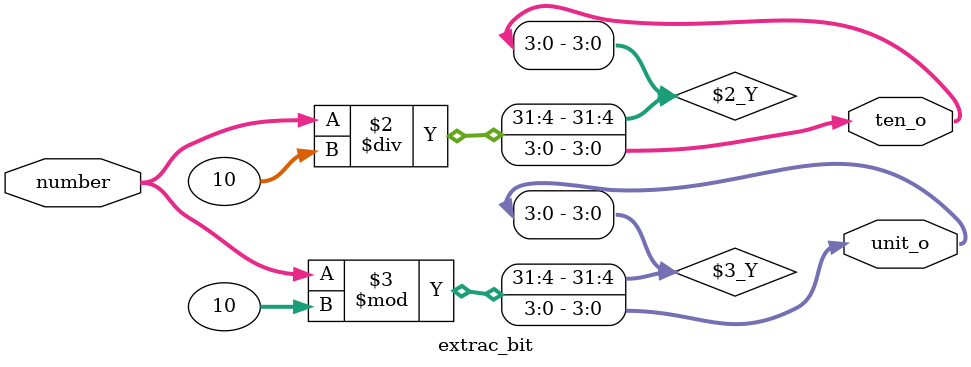
<source format=v>
module extrac_bit(
    input [5:0] number,
    output reg [3:0] ten_o,
    output reg [3:0] unit_o
);
    always @(*) begin
        ten_o = number / 10;
        unit_o = number % 10;
    end
endmodule
</source>
